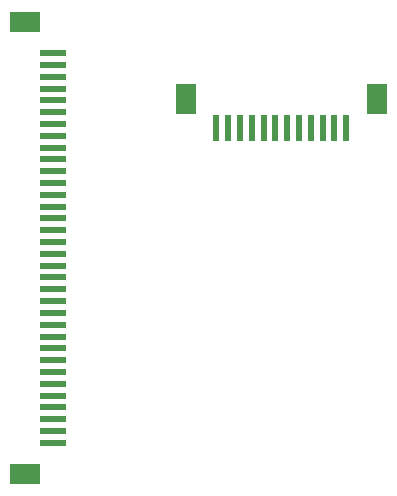
<source format=gbr>
G04 EAGLE Gerber RS-274X export*
G75*
%MOMM*%
%FSLAX34Y34*%
%LPD*%
%INSolderpaste Top*%
%IPPOS*%
%AMOC8*
5,1,8,0,0,1.08239X$1,22.5*%
G01*
%ADD10R,2.200000X0.600000*%
%ADD11R,2.600000X1.800000*%
%ADD12R,0.600000X2.200000*%
%ADD13R,1.800000X2.600000*%


D10*
X356280Y523400D03*
X356280Y533400D03*
X356280Y513400D03*
X356280Y543400D03*
D11*
X332280Y207400D03*
X332280Y589400D03*
D10*
X356280Y553400D03*
X356280Y563400D03*
X356280Y503400D03*
X356280Y493400D03*
X356280Y483400D03*
X356280Y473400D03*
X356280Y463400D03*
X356280Y453400D03*
X356280Y443400D03*
X356280Y433400D03*
X356280Y423400D03*
X356280Y413400D03*
X356280Y403400D03*
X356280Y393400D03*
X356280Y383400D03*
X356280Y373400D03*
X356280Y363400D03*
X356280Y353400D03*
X356280Y343400D03*
X356280Y333400D03*
X356280Y323400D03*
X356280Y313400D03*
X356280Y303400D03*
X356280Y293400D03*
X356280Y283400D03*
X356280Y273400D03*
X356280Y263400D03*
X356280Y253400D03*
X356280Y243400D03*
X356280Y233400D03*
D12*
X564430Y500302D03*
X574430Y500302D03*
X554430Y500302D03*
X584430Y500302D03*
D13*
X468430Y524302D03*
X630430Y524302D03*
D12*
X594430Y500302D03*
X604430Y500302D03*
X544430Y500302D03*
X534430Y500302D03*
X524430Y500302D03*
X514430Y500302D03*
X504430Y500302D03*
X494430Y500302D03*
M02*

</source>
